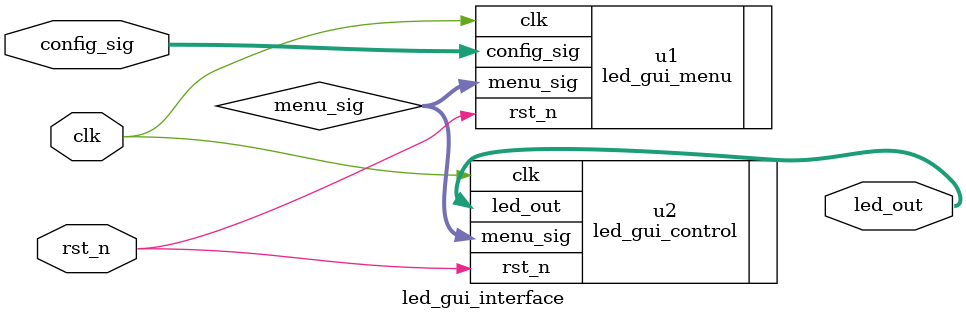
<source format=v>
module led_gui_interface
(
    input clk,
    input rst_n,
    
    input [3:0] config_sig,
    output [3:0] led_out
);

    wire [11:0] menu_sig;

    led_gui_menu u1
    (
        .clk(clk),
        .rst_n(rst_n),
        .config_sig(config_sig),
        .menu_sig(menu_sig)
    );

    led_gui_control u2
    (
        .clk(clk),
        .rst_n(rst_n),
        .menu_sig(menu_sig),
        .led_out(led_out)
    );


endmodule


</source>
